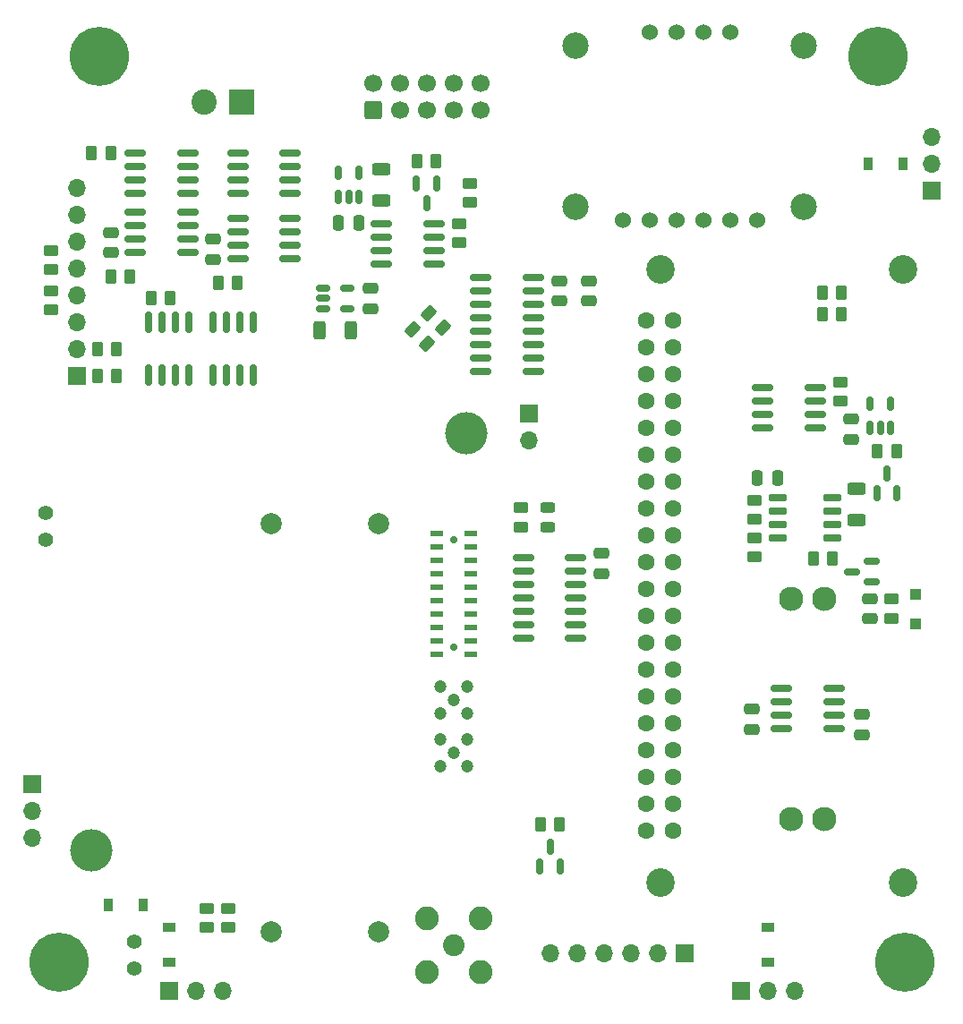
<source format=gbr>
%TF.GenerationSoftware,KiCad,Pcbnew,6.0.10*%
%TF.CreationDate,2022-12-29T09:18:26-05:00*%
%TF.ProjectId,piridium-bus,70697269-6469-4756-9d2d-6275732e6b69,rev?*%
%TF.SameCoordinates,Original*%
%TF.FileFunction,Soldermask,Top*%
%TF.FilePolarity,Negative*%
%FSLAX46Y46*%
G04 Gerber Fmt 4.6, Leading zero omitted, Abs format (unit mm)*
G04 Created by KiCad (PCBNEW 6.0.10) date 2022-12-29 09:18:26*
%MOMM*%
%LPD*%
G01*
G04 APERTURE LIST*
G04 Aperture macros list*
%AMRoundRect*
0 Rectangle with rounded corners*
0 $1 Rounding radius*
0 $2 $3 $4 $5 $6 $7 $8 $9 X,Y pos of 4 corners*
0 Add a 4 corners polygon primitive as box body*
4,1,4,$2,$3,$4,$5,$6,$7,$8,$9,$2,$3,0*
0 Add four circle primitives for the rounded corners*
1,1,$1+$1,$2,$3*
1,1,$1+$1,$4,$5*
1,1,$1+$1,$6,$7*
1,1,$1+$1,$8,$9*
0 Add four rect primitives between the rounded corners*
20,1,$1+$1,$2,$3,$4,$5,0*
20,1,$1+$1,$4,$5,$6,$7,0*
20,1,$1+$1,$6,$7,$8,$9,0*
20,1,$1+$1,$8,$9,$2,$3,0*%
G04 Aperture macros list end*
%ADD10C,5.600000*%
%ADD11C,2.500000*%
%ADD12C,1.524000*%
%ADD13R,1.700000X1.700000*%
%ADD14O,1.700000X1.700000*%
%ADD15RoundRect,0.250000X-0.262500X-0.450000X0.262500X-0.450000X0.262500X0.450000X-0.262500X0.450000X0*%
%ADD16RoundRect,0.250000X0.250000X0.475000X-0.250000X0.475000X-0.250000X-0.475000X0.250000X-0.475000X0*%
%ADD17RoundRect,0.250000X0.450000X-0.262500X0.450000X0.262500X-0.450000X0.262500X-0.450000X-0.262500X0*%
%ADD18RoundRect,0.250000X0.262500X0.450000X-0.262500X0.450000X-0.262500X-0.450000X0.262500X-0.450000X0*%
%ADD19RoundRect,0.150000X-0.825000X-0.150000X0.825000X-0.150000X0.825000X0.150000X-0.825000X0.150000X0*%
%ADD20RoundRect,0.150000X-0.725000X-0.150000X0.725000X-0.150000X0.725000X0.150000X-0.725000X0.150000X0*%
%ADD21RoundRect,0.250000X-0.450000X0.262500X-0.450000X-0.262500X0.450000X-0.262500X0.450000X0.262500X0*%
%ADD22RoundRect,0.243750X0.456250X-0.243750X0.456250X0.243750X-0.456250X0.243750X-0.456250X-0.243750X0*%
%ADD23RoundRect,0.250000X0.475000X-0.250000X0.475000X0.250000X-0.475000X0.250000X-0.475000X-0.250000X0*%
%ADD24RoundRect,0.250000X0.600000X-0.600000X0.600000X0.600000X-0.600000X0.600000X-0.600000X-0.600000X0*%
%ADD25C,1.700000*%
%ADD26RoundRect,0.250000X0.625000X-0.312500X0.625000X0.312500X-0.625000X0.312500X-0.625000X-0.312500X0*%
%ADD27R,1.200000X0.900000*%
%ADD28RoundRect,0.250000X-0.475000X0.250000X-0.475000X-0.250000X0.475000X-0.250000X0.475000X0.250000X0*%
%ADD29RoundRect,0.150000X0.825000X0.150000X-0.825000X0.150000X-0.825000X-0.150000X0.825000X-0.150000X0*%
%ADD30RoundRect,0.150000X0.150000X-0.512500X0.150000X0.512500X-0.150000X0.512500X-0.150000X-0.512500X0*%
%ADD31R,0.900000X1.200000*%
%ADD32C,2.700000*%
%ADD33C,1.600000*%
%ADD34R,2.400000X2.400000*%
%ADD35C,2.400000*%
%ADD36RoundRect,0.150000X-0.150000X0.587500X-0.150000X-0.587500X0.150000X-0.587500X0.150000X0.587500X0*%
%ADD37RoundRect,0.150000X0.150000X-0.825000X0.150000X0.825000X-0.150000X0.825000X-0.150000X-0.825000X0*%
%ADD38RoundRect,0.250000X-0.503814X-0.132583X-0.132583X-0.503814X0.503814X0.132583X0.132583X0.503814X0*%
%ADD39RoundRect,0.150000X0.150000X-0.587500X0.150000X0.587500X-0.150000X0.587500X-0.150000X-0.587500X0*%
%ADD40C,2.050000*%
%ADD41C,2.250000*%
%ADD42RoundRect,0.150000X-0.512500X-0.150000X0.512500X-0.150000X0.512500X0.150000X-0.512500X0.150000X0*%
%ADD43RoundRect,0.250000X0.312500X0.625000X-0.312500X0.625000X-0.312500X-0.625000X0.312500X-0.625000X0*%
%ADD44RoundRect,0.250000X-0.250000X-0.475000X0.250000X-0.475000X0.250000X0.475000X-0.250000X0.475000X0*%
%ADD45RoundRect,0.150000X0.587500X0.150000X-0.587500X0.150000X-0.587500X-0.150000X0.587500X-0.150000X0*%
%ADD46RoundRect,0.250000X0.503814X0.132583X0.132583X0.503814X-0.503814X-0.132583X-0.132583X-0.503814X0*%
%ADD47RoundRect,0.150000X-0.150000X0.825000X-0.150000X-0.825000X0.150000X-0.825000X0.150000X0.825000X0*%
%ADD48R,1.100000X1.100000*%
%ADD49C,0.701040*%
%ADD50R,1.270000X0.508000*%
%ADD51C,1.198880*%
%ADD52C,4.000500*%
%ADD53RoundRect,0.250000X-0.625000X0.312500X-0.625000X-0.312500X0.625000X-0.312500X0.625000X0.312500X0*%
%ADD54C,2.000000*%
%ADD55C,2.300000*%
%ADD56C,1.400000*%
G04 APERTURE END LIST*
D10*
%TO.C,MH1*%
X110490000Y-55880000D03*
%TD*%
%TO.C,MH2*%
X184150000Y-55880000D03*
%TD*%
%TO.C,MH3*%
X186690000Y-141610000D03*
%TD*%
%TO.C,MH4*%
X106680000Y-141610000D03*
%TD*%
D11*
%TO.C,A2*%
X155575000Y-70104000D03*
X177165000Y-54864000D03*
X155575000Y-54864000D03*
X177165000Y-70104000D03*
D12*
X160020000Y-71374000D03*
X162560000Y-71374000D03*
X165100000Y-71374000D03*
X167640000Y-71374000D03*
X170180000Y-71374000D03*
X172720000Y-71374000D03*
X170180000Y-53594000D03*
X167640000Y-53594000D03*
X165100000Y-53594000D03*
X162560000Y-53594000D03*
%TD*%
D13*
%TO.C,J7*%
X189230000Y-68565000D03*
D14*
X189230000Y-66025000D03*
X189230000Y-63485000D03*
%TD*%
D15*
%TO.C,R45*%
X178054000Y-103378000D03*
X179879000Y-103378000D03*
%TD*%
D16*
%TO.C,C33*%
X174686000Y-95758000D03*
X172786000Y-95758000D03*
%TD*%
D13*
%TO.C,J9*%
X117109000Y-144272000D03*
D14*
X119649000Y-144272000D03*
X122189000Y-144272000D03*
%TD*%
D17*
%TO.C,R24*%
X144526000Y-73556500D03*
X144526000Y-71731500D03*
%TD*%
D18*
%TO.C,R23*%
X142390500Y-65786000D03*
X140565500Y-65786000D03*
%TD*%
D19*
%TO.C,U8*%
X146623000Y-76835000D03*
X146623000Y-78105000D03*
X146623000Y-79375000D03*
X146623000Y-80645000D03*
X146623000Y-81915000D03*
X146623000Y-83185000D03*
X146623000Y-84455000D03*
X146623000Y-85725000D03*
X151573000Y-85725000D03*
X151573000Y-84455000D03*
X151573000Y-83185000D03*
X151573000Y-81915000D03*
X151573000Y-80645000D03*
X151573000Y-79375000D03*
X151573000Y-78105000D03*
X151573000Y-76835000D03*
%TD*%
D13*
%TO.C,J8*%
X104140000Y-124729000D03*
D14*
X104140000Y-127269000D03*
X104140000Y-129809000D03*
%TD*%
D20*
%TO.C,U15*%
X174717000Y-97663000D03*
X174717000Y-98933000D03*
X174717000Y-100203000D03*
X174717000Y-101473000D03*
X179867000Y-101473000D03*
X179867000Y-100203000D03*
X179867000Y-98933000D03*
X179867000Y-97663000D03*
%TD*%
D19*
%TO.C,Q3*%
X123641000Y-71247000D03*
X123641000Y-72517000D03*
X123641000Y-73787000D03*
X123641000Y-75057000D03*
X128591000Y-75057000D03*
X128591000Y-73787000D03*
X128591000Y-72517000D03*
X128591000Y-71247000D03*
%TD*%
D21*
%TO.C,R44*%
X185420000Y-107225500D03*
X185420000Y-109050500D03*
%TD*%
D22*
%TO.C,D1*%
X152908000Y-100451000D03*
X152908000Y-98576000D03*
%TD*%
D23*
%TO.C,C18*%
X172212000Y-119568000D03*
X172212000Y-117668000D03*
%TD*%
D24*
%TO.C,J5*%
X136398000Y-60960000D03*
D25*
X136398000Y-58420000D03*
X138938000Y-60960000D03*
X138938000Y-58420000D03*
X141478000Y-60960000D03*
X141478000Y-58420000D03*
X144018000Y-60960000D03*
X144018000Y-58420000D03*
X146558000Y-60960000D03*
X146558000Y-58420000D03*
%TD*%
D26*
%TO.C,R46*%
X182118000Y-99760500D03*
X182118000Y-96835500D03*
%TD*%
D27*
%TO.C,D7*%
X117094000Y-138304000D03*
X117094000Y-141604000D03*
%TD*%
D21*
%TO.C,R8*%
X172466000Y-101449500D03*
X172466000Y-103274500D03*
%TD*%
D19*
%TO.C,Q2*%
X113927000Y-65009000D03*
X113927000Y-66279000D03*
X113927000Y-67549000D03*
X113927000Y-68819000D03*
X118877000Y-68819000D03*
X118877000Y-67549000D03*
X118877000Y-66279000D03*
X118877000Y-65009000D03*
%TD*%
D28*
%TO.C,C19*%
X154024000Y-77126000D03*
X154024000Y-79026000D03*
%TD*%
D23*
%TO.C,C34*%
X183388000Y-109088000D03*
X183388000Y-107188000D03*
%TD*%
D29*
%TO.C,Q8*%
X142175000Y-75565000D03*
X142175000Y-74295000D03*
X142175000Y-73025000D03*
X142175000Y-71755000D03*
X137225000Y-71755000D03*
X137225000Y-73025000D03*
X137225000Y-74295000D03*
X137225000Y-75565000D03*
%TD*%
D18*
%TO.C,R6*%
X113434500Y-76708000D03*
X111609500Y-76708000D03*
%TD*%
D30*
%TO.C,U14*%
X183454000Y-91053500D03*
X184404000Y-91053500D03*
X185354000Y-91053500D03*
X185354000Y-88778500D03*
X183454000Y-88778500D03*
%TD*%
D31*
%TO.C,D6*%
X114680000Y-136144000D03*
X111380000Y-136144000D03*
%TD*%
D15*
%TO.C,R42*%
X184126500Y-93218000D03*
X185951500Y-93218000D03*
%TD*%
D13*
%TO.C,JP1*%
X151130000Y-89662000D03*
D14*
X151130000Y-92202000D03*
%TD*%
D32*
%TO.C,A1*%
X186571000Y-76029000D03*
X163571000Y-134029000D03*
X163571000Y-76029000D03*
X186571000Y-134029000D03*
D33*
X164823000Y-129159000D03*
X162283000Y-129159000D03*
X164823000Y-126619000D03*
X162283000Y-126619000D03*
X164823000Y-124079000D03*
X162283000Y-124079000D03*
X164823000Y-121539000D03*
X162283000Y-121539000D03*
X164823000Y-118999000D03*
X162283000Y-118999000D03*
X164823000Y-116459000D03*
X162283000Y-116459000D03*
X164823000Y-113919000D03*
X162283000Y-113919000D03*
X164823000Y-111379000D03*
X162283000Y-111379000D03*
X164823000Y-108839000D03*
X162283000Y-108839000D03*
X164823000Y-106299000D03*
X162283000Y-106299000D03*
X164823000Y-103759000D03*
X162283000Y-103759000D03*
X164823000Y-101219000D03*
X162283000Y-101219000D03*
X164823000Y-98679000D03*
X162283000Y-98679000D03*
X164823000Y-96139000D03*
X162283000Y-96139000D03*
X164823000Y-93599000D03*
X162283000Y-93599000D03*
X164823000Y-91059000D03*
X162283000Y-91059000D03*
X164823000Y-88519000D03*
X162283000Y-88519000D03*
X164823000Y-85979000D03*
X162283000Y-85979000D03*
X164823000Y-83439000D03*
X162283000Y-83439000D03*
X164823000Y-80899000D03*
X162283000Y-80899000D03*
%TD*%
D17*
%TO.C,R35*%
X120650000Y-138326500D03*
X120650000Y-136501500D03*
%TD*%
D34*
%TO.C,J1*%
X123952000Y-60198000D03*
D35*
X120452000Y-60198000D03*
%TD*%
D36*
%TO.C,Q7*%
X142428000Y-67896500D03*
X140528000Y-67896500D03*
X141478000Y-69771500D03*
%TD*%
D21*
%TO.C,R7*%
X172466000Y-97893500D03*
X172466000Y-99718500D03*
%TD*%
D18*
%TO.C,R13*%
X117244500Y-78740000D03*
X115419500Y-78740000D03*
%TD*%
D28*
%TO.C,C15*%
X182626000Y-118176000D03*
X182626000Y-120076000D03*
%TD*%
D37*
%TO.C,Q5*%
X121285000Y-86041000D03*
X122555000Y-86041000D03*
X123825000Y-86041000D03*
X125095000Y-86041000D03*
X125095000Y-81091000D03*
X123825000Y-81091000D03*
X122555000Y-81091000D03*
X121285000Y-81091000D03*
%TD*%
D38*
%TO.C,R20*%
X141711530Y-80243530D03*
X143002000Y-81534000D03*
%TD*%
D15*
%TO.C,R29*%
X178919500Y-78232000D03*
X180744500Y-78232000D03*
%TD*%
D17*
%TO.C,R27*%
X150368000Y-100426000D03*
X150368000Y-98601000D03*
%TD*%
D15*
%TO.C,R12*%
X110339500Y-83566000D03*
X112164500Y-83566000D03*
%TD*%
D19*
%TO.C,Q4*%
X113927000Y-70597000D03*
X113927000Y-71867000D03*
X113927000Y-73137000D03*
X113927000Y-74407000D03*
X118877000Y-74407000D03*
X118877000Y-73137000D03*
X118877000Y-71867000D03*
X118877000Y-70597000D03*
%TD*%
D39*
%TO.C,Q9*%
X184089000Y-97203500D03*
X185989000Y-97203500D03*
X185039000Y-95328500D03*
%TD*%
D40*
%TO.C,J4*%
X144018000Y-139954000D03*
D41*
X146558000Y-137414000D03*
X141478000Y-142494000D03*
X146558000Y-142494000D03*
X141478000Y-137414000D03*
%TD*%
D15*
%TO.C,R3*%
X109774500Y-65009000D03*
X111599500Y-65009000D03*
%TD*%
D42*
%TO.C,U4*%
X131704500Y-77856000D03*
X131704500Y-78806000D03*
X131704500Y-79756000D03*
X133979500Y-79756000D03*
X133979500Y-77856000D03*
%TD*%
D15*
%TO.C,R47*%
X152249500Y-128524000D03*
X154074500Y-128524000D03*
%TD*%
D21*
%TO.C,R22*%
X145542000Y-67921500D03*
X145542000Y-69746500D03*
%TD*%
D13*
%TO.C,J3*%
X165862000Y-140716000D03*
D14*
X163322000Y-140716000D03*
X160782000Y-140716000D03*
X158242000Y-140716000D03*
X155702000Y-140716000D03*
X153162000Y-140716000D03*
%TD*%
D27*
%TO.C,D2*%
X173751000Y-138304000D03*
X173751000Y-141604000D03*
%TD*%
D21*
%TO.C,R14*%
X105918000Y-78081500D03*
X105918000Y-79906500D03*
%TD*%
D29*
%TO.C,Q10*%
X178243000Y-91059000D03*
X178243000Y-89789000D03*
X178243000Y-88519000D03*
X178243000Y-87249000D03*
X173293000Y-87249000D03*
X173293000Y-88519000D03*
X173293000Y-89789000D03*
X173293000Y-91059000D03*
%TD*%
D19*
%TO.C,Q1*%
X123641000Y-65009000D03*
X123641000Y-66279000D03*
X123641000Y-67549000D03*
X123641000Y-68819000D03*
X128591000Y-68819000D03*
X128591000Y-67549000D03*
X128591000Y-66279000D03*
X128591000Y-65009000D03*
%TD*%
D43*
%TO.C,R17*%
X134304500Y-81854000D03*
X131379500Y-81854000D03*
%TD*%
D44*
%TO.C,C20*%
X133162000Y-71628000D03*
X135062000Y-71628000D03*
%TD*%
D18*
%TO.C,R1*%
X123594500Y-77358000D03*
X121769500Y-77358000D03*
%TD*%
D19*
%TO.C,U5*%
X150628040Y-103297260D03*
X150628040Y-104567260D03*
X150628040Y-105837260D03*
X150628040Y-107107260D03*
X150628040Y-108377260D03*
X150628040Y-109647260D03*
X150628040Y-110917260D03*
X155578040Y-110917260D03*
X155578040Y-109647260D03*
X155578040Y-108377260D03*
X155578040Y-107107260D03*
X155578040Y-105837260D03*
X155578040Y-104567260D03*
X155578040Y-103297260D03*
%TD*%
D28*
%TO.C,C14*%
X136144000Y-77856000D03*
X136144000Y-79756000D03*
%TD*%
D21*
%TO.C,R36*%
X122682000Y-136501500D03*
X122682000Y-138326500D03*
%TD*%
D45*
%TO.C,Q11*%
X183563500Y-105598000D03*
X183563500Y-103698000D03*
X181688500Y-104648000D03*
%TD*%
D18*
%TO.C,R28*%
X180744500Y-80264000D03*
X178919500Y-80264000D03*
%TD*%
D17*
%TO.C,R9*%
X105918000Y-76096500D03*
X105918000Y-74271500D03*
%TD*%
D46*
%TO.C,R21*%
X141478000Y-83058000D03*
X140187530Y-81767530D03*
%TD*%
D23*
%TO.C,C4*%
X111576000Y-74468000D03*
X111576000Y-72568000D03*
%TD*%
D28*
%TO.C,C17*%
X157988000Y-102936000D03*
X157988000Y-104836000D03*
%TD*%
D39*
%TO.C,Q12*%
X152212000Y-132509500D03*
X154112000Y-132509500D03*
X153162000Y-130634500D03*
%TD*%
D47*
%TO.C,Q6*%
X118999000Y-81091000D03*
X117729000Y-81091000D03*
X116459000Y-81091000D03*
X115189000Y-81091000D03*
X115189000Y-86041000D03*
X116459000Y-86041000D03*
X117729000Y-86041000D03*
X118999000Y-86041000D03*
%TD*%
D28*
%TO.C,C32*%
X181610000Y-90236000D03*
X181610000Y-92136000D03*
%TD*%
D31*
%TO.C,D3*%
X183262000Y-66040000D03*
X186562000Y-66040000D03*
%TD*%
D17*
%TO.C,R43*%
X180594000Y-88542500D03*
X180594000Y-86717500D03*
%TD*%
D48*
%TO.C,D10*%
X187706000Y-106804000D03*
X187706000Y-109604000D03*
%TD*%
D30*
%TO.C,U9*%
X133162000Y-69209500D03*
X134112000Y-69209500D03*
X135062000Y-69209500D03*
X135062000Y-66934500D03*
X133162000Y-66934500D03*
%TD*%
D49*
%TO.C,A3*%
X144047940Y-101641180D03*
X144047940Y-111801180D03*
D50*
X142435040Y-112441260D03*
X145663380Y-112441260D03*
X142435040Y-111171260D03*
X145663380Y-111171260D03*
X142435040Y-109901260D03*
X145663380Y-109901260D03*
X142435040Y-108631260D03*
X145663380Y-108631260D03*
X142435040Y-107361260D03*
X145663380Y-107361260D03*
X142435040Y-106091260D03*
X145663380Y-106091260D03*
X142435040Y-104821260D03*
X145663380Y-104821260D03*
X142435040Y-103551260D03*
X145663380Y-103551260D03*
X142435040Y-102281260D03*
X145663380Y-102281260D03*
X142435040Y-101011260D03*
X145663380Y-101011260D03*
D51*
X144047940Y-121783380D03*
X142777940Y-120513380D03*
X145328100Y-123053380D03*
X145328100Y-120513380D03*
X142777940Y-123053380D03*
X144047940Y-116782120D03*
X142777940Y-115512120D03*
X145328100Y-115512120D03*
X142777940Y-118052120D03*
X145328100Y-118052120D03*
D52*
X109730000Y-131031520D03*
X145229040Y-91531980D03*
%TD*%
D28*
%TO.C,C3*%
X121290000Y-73218000D03*
X121290000Y-75118000D03*
%TD*%
D13*
%TO.C,J6*%
X171211000Y-144272000D03*
D14*
X173751000Y-144272000D03*
X176291000Y-144272000D03*
%TD*%
D19*
%TO.C,U6*%
X175071000Y-115697000D03*
X175071000Y-116967000D03*
X175071000Y-118237000D03*
X175071000Y-119507000D03*
X180021000Y-119507000D03*
X180021000Y-118237000D03*
X180021000Y-116967000D03*
X180021000Y-115697000D03*
%TD*%
D18*
%TO.C,R11*%
X112164500Y-86106000D03*
X110339500Y-86106000D03*
%TD*%
D28*
%TO.C,C21*%
X156818000Y-77126000D03*
X156818000Y-79026000D03*
%TD*%
D53*
%TO.C,R25*%
X137160000Y-66609500D03*
X137160000Y-69534500D03*
%TD*%
D54*
%TO.C,TP4*%
X126746000Y-138684000D03*
%TD*%
D55*
%TO.C,BT1*%
X179070000Y-128016000D03*
X175970000Y-128016000D03*
X179070000Y-107216000D03*
X175970000Y-107216000D03*
%TD*%
D56*
%TO.C,TP5*%
X105410000Y-99080000D03*
X105410000Y-101620000D03*
%TD*%
D54*
%TO.C,TP2*%
X136906000Y-100076000D03*
%TD*%
%TO.C,TP1*%
X126746000Y-100076000D03*
%TD*%
%TO.C,TP3*%
X136906000Y-138684000D03*
%TD*%
D56*
%TO.C,TP7*%
X113792000Y-142220000D03*
X113792000Y-139680000D03*
%TD*%
D13*
%TO.C,J2*%
X108401000Y-86091000D03*
D14*
X108401000Y-83551000D03*
X108401000Y-81011000D03*
X108401000Y-78471000D03*
X108401000Y-75931000D03*
X108401000Y-73391000D03*
X108401000Y-70851000D03*
X108401000Y-68311000D03*
%TD*%
M02*

</source>
